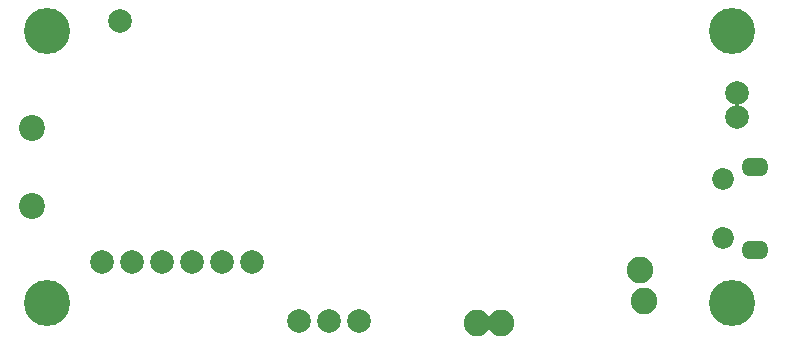
<source format=gbr>
G04 #@! TF.GenerationSoftware,KiCad,Pcbnew,5.0.0+dfsg1-2~bpo9+1*
G04 #@! TF.CreationDate,2018-10-04T21:41:33+01:00*
G04 #@! TF.ProjectId,rpi_pogo_battery_black,7270695F706F676F5F62617474657279,rev?*
G04 #@! TF.SameCoordinates,Original*
G04 #@! TF.FileFunction,Soldermask,Bot*
G04 #@! TF.FilePolarity,Negative*
%FSLAX46Y46*%
G04 Gerber Fmt 4.6, Leading zero omitted, Abs format (unit mm)*
G04 Created by KiCad (PCBNEW 5.0.0+dfsg1-2~bpo9+1) date Thu Oct  4 21:41:33 2018*
%MOMM*%
%LPD*%
G01*
G04 APERTURE LIST*
%ADD10C,2.250000*%
%ADD11C,2.000000*%
%ADD12C,3.900000*%
%ADD13C,1.850000*%
%ADD14O,2.300000X1.600000*%
%ADD15C,2.200000*%
G04 APERTURE END LIST*
D10*
G04 #@! TO.C,J2*
X175260000Y-107924600D03*
X174942500Y-105321100D03*
X163131500Y-109766100D03*
X161099500Y-109766100D03*
G04 #@! TD*
D11*
G04 #@! TO.C,U2*
X183159400Y-92405200D03*
X183159400Y-90373200D03*
G04 #@! TD*
G04 #@! TO.C,SW1*
X151130000Y-109601000D03*
X148590000Y-109601000D03*
X146050000Y-109601000D03*
G04 #@! TD*
D12*
G04 #@! TO.C,REF\002A\002A*
X124700000Y-85100000D03*
G04 #@! TD*
G04 #@! TO.C,REF\002A\002A*
X124700000Y-108100000D03*
G04 #@! TD*
G04 #@! TO.C,REF\002A\002A*
X182700000Y-108100000D03*
G04 #@! TD*
G04 #@! TO.C,REF\002A\002A*
X182700000Y-85100000D03*
G04 #@! TD*
D13*
G04 #@! TO.C,J1*
X182003200Y-102601400D03*
X182003200Y-97601400D03*
D14*
X184703200Y-103601400D03*
X184703200Y-96601400D03*
G04 #@! TD*
D15*
G04 #@! TO.C,SW2*
X123444000Y-99872800D03*
X123444000Y-93268800D03*
G04 #@! TD*
D11*
G04 #@! TO.C,U1*
X129413000Y-104673400D03*
X131953000Y-104673400D03*
X134493000Y-104673400D03*
X137033000Y-104673400D03*
X139573000Y-104673400D03*
X142113000Y-104673400D03*
X130937000Y-84226400D03*
G04 #@! TD*
M02*

</source>
